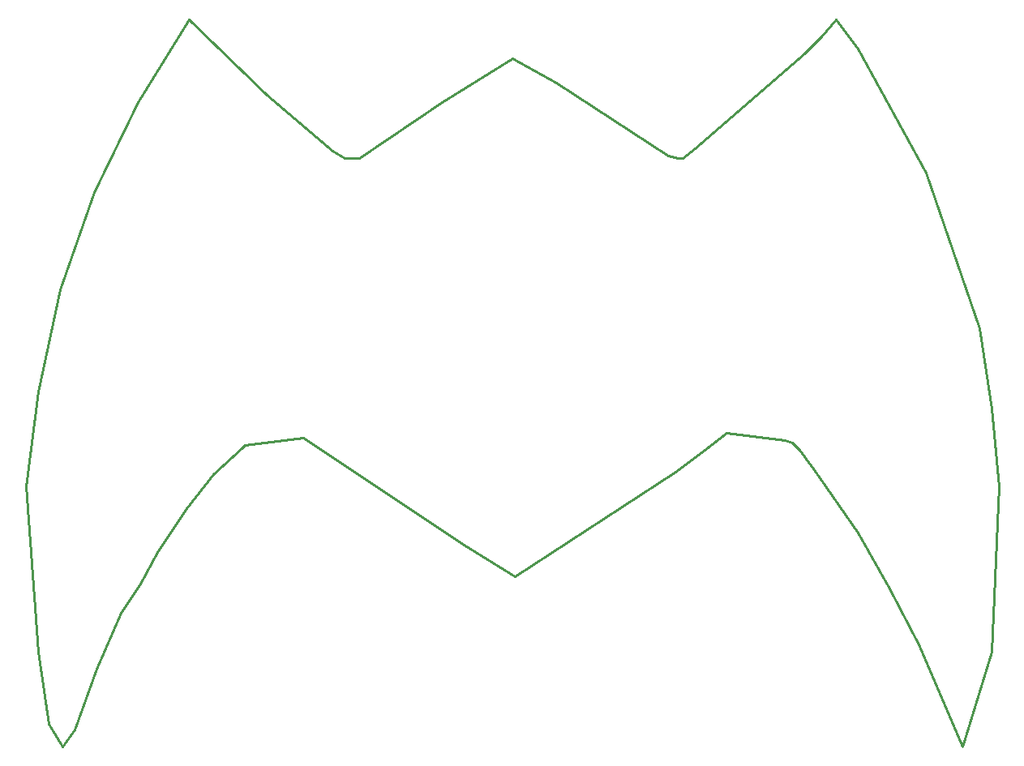
<source format=gko>
G04 ---------------------------- Layer name :KeepOutLayer*
G04 EasyEDA v5.5.11, Sun, 03 Jun 2018 10:16:40 GMT*
G04 422a67246ae34fc7a473e8fc002879eb*
G04 Gerber Generator version 0.2*
G04 Scale: 100 percent, Rotated: No, Reflected: No *
G04 Dimensions in millimeters *
G04 leading zeros omitted , absolute positions ,3 integer and 3 decimal *
%FSLAX33Y33*%
%MOMM*%
G90*
G71D02*

%ADD10C,0.254000*%
G54D10*
G01X73152Y32766D02*
G01X70866Y30988D01*
G01X69850Y30226D01*
G01X67818Y28702D01*
G01X51054Y17780D01*
G01X45720Y21082D01*
G01X37338Y26670D01*
G01X28956Y32258D01*
G01X28956Y32258D02*
G01X22860Y31496D01*
G01X22606Y31242D01*
G01X19558Y28448D01*
G01X16764Y24892D01*
G01X13716Y20320D01*
G01X11938Y17018D01*
G01X9906Y13970D01*
G01X7366Y8128D01*
G01X5080Y1778D01*
G01X3810Y0D01*
G01X2390Y2364D01*
G01X1270Y9906D01*
G01X0Y27178D01*
G01X1270Y37084D01*
G01X3556Y47752D01*
G01X7112Y57912D01*
G01X11684Y67310D01*
G01X17018Y75946D01*
G01X25146Y68072D01*
G01X32004Y62230D01*
G01X33274Y61468D01*
G01X34798Y61468D01*
G01X43434Y67310D01*
G01X50800Y71882D01*
G01X55372Y69342D01*
G01X67056Y61722D01*
G01X68072Y61468D01*
G01X68580Y61468D01*
G01X69850Y62484D01*
G01X81280Y72390D01*
G01X83058Y74168D01*
G01X84582Y75946D01*
G01X86868Y72898D01*
G01X93980Y59944D01*
G01X99568Y43688D01*
G01X100838Y35306D01*
G01X101600Y27178D01*
G01X100838Y9906D01*
G01X97790Y0D01*
G01X93218Y10668D01*
G01X90170Y16510D01*
G01X86868Y22352D01*
G01X82222Y29029D01*
G01X80772Y30988D01*
G01X80010Y31750D01*
G01X79286Y31965D01*
G01X73152Y32766D01*

%LPD*%
M00*
M02*

</source>
